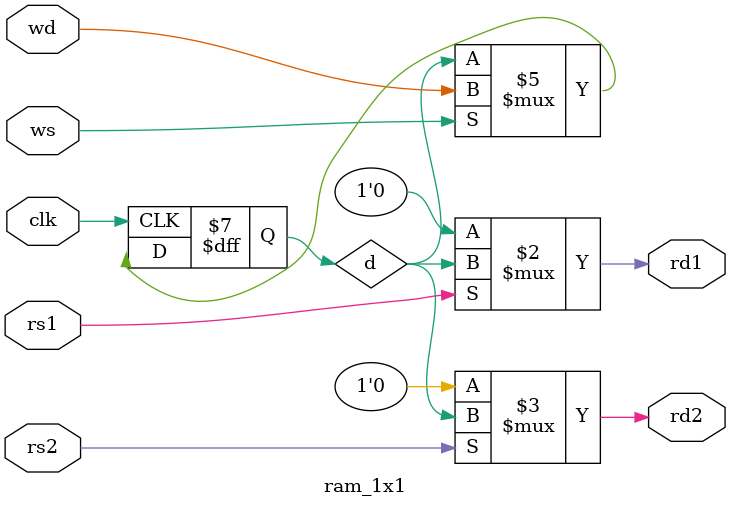
<source format=v>
module ram_1x1(
    input wire wd,
    input wire ws,
    input wire rs1,
    input wire rs2,
    input wire clk,
    output wire rd1,
    output wire rd2
);
reg d = 1'b0;
always @(posedge clk) begin
    if (ws) begin
        d <= wd;
    end
end
assign rd1 = rs1 ? d : 1'b0;
assign rd2 = rs2 ? d : 1'b0;
endmodule
</source>
